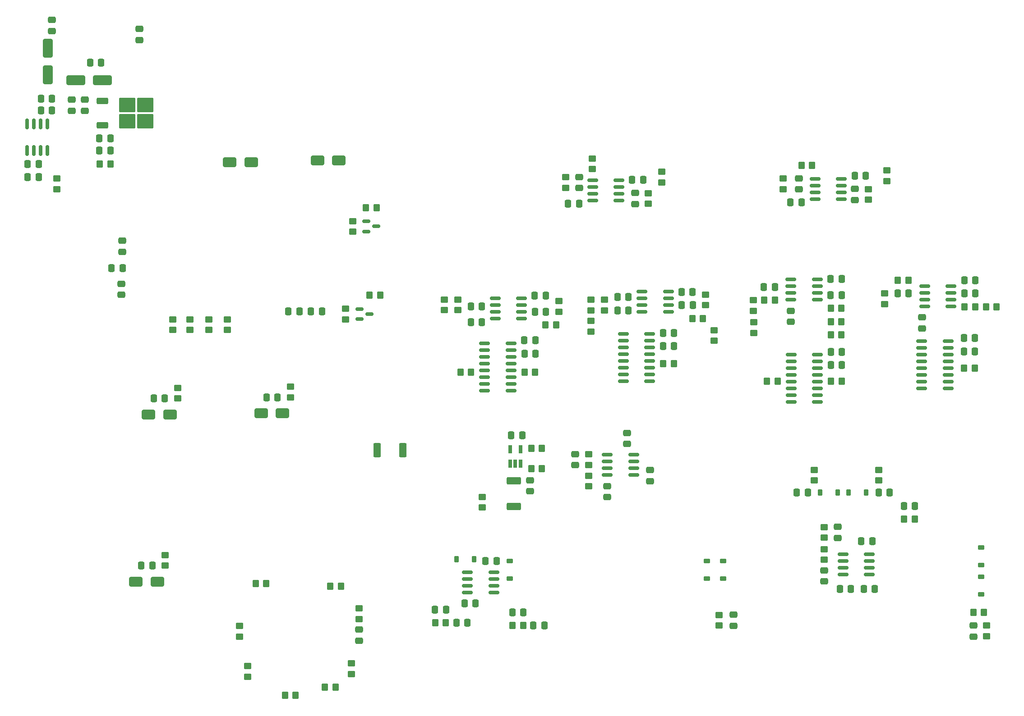
<source format=gbr>
%TF.GenerationSoftware,KiCad,Pcbnew,7.0.8*%
%TF.CreationDate,2024-03-08T11:10:07-05:00*%
%TF.ProjectId,Quad Joystick Mixer,51756164-204a-46f7-9973-7469636b204d,rev?*%
%TF.SameCoordinates,Original*%
%TF.FileFunction,Paste,Top*%
%TF.FilePolarity,Positive*%
%FSLAX46Y46*%
G04 Gerber Fmt 4.6, Leading zero omitted, Abs format (unit mm)*
G04 Created by KiCad (PCBNEW 7.0.8) date 2024-03-08 11:10:07*
%MOMM*%
%LPD*%
G01*
G04 APERTURE LIST*
G04 Aperture macros list*
%AMRoundRect*
0 Rectangle with rounded corners*
0 $1 Rounding radius*
0 $2 $3 $4 $5 $6 $7 $8 $9 X,Y pos of 4 corners*
0 Add a 4 corners polygon primitive as box body*
4,1,4,$2,$3,$4,$5,$6,$7,$8,$9,$2,$3,0*
0 Add four circle primitives for the rounded corners*
1,1,$1+$1,$2,$3*
1,1,$1+$1,$4,$5*
1,1,$1+$1,$6,$7*
1,1,$1+$1,$8,$9*
0 Add four rect primitives between the rounded corners*
20,1,$1+$1,$2,$3,$4,$5,0*
20,1,$1+$1,$4,$5,$6,$7,0*
20,1,$1+$1,$6,$7,$8,$9,0*
20,1,$1+$1,$8,$9,$2,$3,0*%
G04 Aperture macros list end*
%ADD10R,0.650000X1.560000*%
%ADD11RoundRect,0.250000X-0.337500X-0.475000X0.337500X-0.475000X0.337500X0.475000X-0.337500X0.475000X0*%
%ADD12RoundRect,0.250000X0.337500X0.475000X-0.337500X0.475000X-0.337500X-0.475000X0.337500X-0.475000X0*%
%ADD13RoundRect,0.250000X0.450000X-0.350000X0.450000X0.350000X-0.450000X0.350000X-0.450000X-0.350000X0*%
%ADD14RoundRect,0.250000X-0.475000X0.337500X-0.475000X-0.337500X0.475000X-0.337500X0.475000X0.337500X0*%
%ADD15RoundRect,0.250000X-0.350000X-0.450000X0.350000X-0.450000X0.350000X0.450000X-0.350000X0.450000X0*%
%ADD16RoundRect,0.250000X0.475000X-0.337500X0.475000X0.337500X-0.475000X0.337500X-0.475000X-0.337500X0*%
%ADD17RoundRect,0.225000X0.375000X-0.225000X0.375000X0.225000X-0.375000X0.225000X-0.375000X-0.225000X0*%
%ADD18RoundRect,0.250000X-0.450000X0.350000X-0.450000X-0.350000X0.450000X-0.350000X0.450000X0.350000X0*%
%ADD19RoundRect,0.250000X1.000000X0.650000X-1.000000X0.650000X-1.000000X-0.650000X1.000000X-0.650000X0*%
%ADD20RoundRect,0.150000X-0.825000X-0.150000X0.825000X-0.150000X0.825000X0.150000X-0.825000X0.150000X0*%
%ADD21RoundRect,0.250000X0.350000X0.450000X-0.350000X0.450000X-0.350000X-0.450000X0.350000X-0.450000X0*%
%ADD22RoundRect,0.250000X-0.850000X-0.350000X0.850000X-0.350000X0.850000X0.350000X-0.850000X0.350000X0*%
%ADD23RoundRect,0.250000X-1.275000X-1.125000X1.275000X-1.125000X1.275000X1.125000X-1.275000X1.125000X0*%
%ADD24RoundRect,0.250000X-0.650000X1.500000X-0.650000X-1.500000X0.650000X-1.500000X0.650000X1.500000X0*%
%ADD25RoundRect,0.150000X0.150000X-0.825000X0.150000X0.825000X-0.150000X0.825000X-0.150000X-0.825000X0*%
%ADD26RoundRect,0.225000X-0.225000X-0.375000X0.225000X-0.375000X0.225000X0.375000X-0.225000X0.375000X0*%
%ADD27RoundRect,0.225000X0.225000X0.375000X-0.225000X0.375000X-0.225000X-0.375000X0.225000X-0.375000X0*%
%ADD28RoundRect,0.250000X1.500000X0.650000X-1.500000X0.650000X-1.500000X-0.650000X1.500000X-0.650000X0*%
%ADD29RoundRect,0.150000X-0.587500X-0.150000X0.587500X-0.150000X0.587500X0.150000X-0.587500X0.150000X0*%
%ADD30RoundRect,0.249999X-0.450001X-1.075001X0.450001X-1.075001X0.450001X1.075001X-0.450001X1.075001X0*%
%ADD31RoundRect,0.249999X-1.075001X0.450001X-1.075001X-0.450001X1.075001X-0.450001X1.075001X0.450001X0*%
%ADD32RoundRect,0.225000X-0.375000X0.225000X-0.375000X-0.225000X0.375000X-0.225000X0.375000X0.225000X0*%
G04 APERTURE END LIST*
D10*
%TO.C,U5*%
X151568750Y-114839850D03*
X152518750Y-114839850D03*
X153468750Y-114839850D03*
X153468750Y-112139850D03*
X151568750Y-112139850D03*
%TD*%
D11*
%TO.C,C72*%
X142976250Y-141126250D03*
X145051250Y-141126250D03*
%TD*%
D12*
%TO.C,C73*%
X157988750Y-145261250D03*
X155913750Y-145261250D03*
%TD*%
D13*
%TO.C,R81*%
X120651250Y-87711250D03*
X120651250Y-85711250D03*
%TD*%
D14*
%TO.C,C69*%
X228851250Y-87338750D03*
X228851250Y-89413750D03*
%TD*%
D12*
%TO.C,C71*%
X149013750Y-133126250D03*
X146938750Y-133126250D03*
%TD*%
D15*
%TO.C,R77*%
X117767750Y-137851650D03*
X119767750Y-137851650D03*
%TD*%
D16*
%TO.C,C52*%
X205738750Y-63298750D03*
X205738750Y-61223750D03*
%TD*%
%TO.C,C3*%
X82000000Y-35250000D03*
X82000000Y-33175000D03*
%TD*%
D17*
%TO.C,D12*%
X191488750Y-136411250D03*
X191488750Y-133111250D03*
%TD*%
D14*
%TO.C,C25*%
X213023750Y-126723750D03*
X213023750Y-128798750D03*
%TD*%
D18*
%TO.C,R30*%
X141701250Y-84000000D03*
X141701250Y-86000000D03*
%TD*%
D12*
%TO.C,C54*%
X206238750Y-65761250D03*
X204163750Y-65761250D03*
%TD*%
D15*
%TO.C,R21*%
X155518750Y-115739850D03*
X157518750Y-115739850D03*
%TD*%
D12*
%TO.C,C29*%
X220001250Y-138396250D03*
X217926250Y-138396250D03*
%TD*%
D19*
%TO.C,D22*%
X108840000Y-105395000D03*
X104840000Y-105395000D03*
%TD*%
D20*
%TO.C,U19*%
X143538750Y-135221250D03*
X143538750Y-136491250D03*
X143538750Y-137761250D03*
X143538750Y-139031250D03*
X148488750Y-139031250D03*
X148488750Y-137761250D03*
X148488750Y-136491250D03*
X148488750Y-135221250D03*
%TD*%
D18*
%TO.C,R15*%
X210463750Y-130896250D03*
X210463750Y-132896250D03*
%TD*%
%TO.C,R48*%
X220723750Y-116011250D03*
X220723750Y-118011250D03*
%TD*%
D11*
%TO.C,C39*%
X154226250Y-94146250D03*
X156301250Y-94146250D03*
%TD*%
D15*
%TO.C,R63*%
X116767750Y-156851650D03*
X118767750Y-156851650D03*
%TD*%
D14*
%TO.C,C80*%
X78710057Y-72946730D03*
X78710057Y-75021730D03*
%TD*%
D21*
%TO.C,R22*%
X157518750Y-111989850D03*
X155518750Y-111989850D03*
%TD*%
D18*
%TO.C,R19*%
X240988750Y-145261250D03*
X240988750Y-147261250D03*
%TD*%
D21*
%TO.C,R53*%
X238851250Y-85376250D03*
X236851250Y-85376250D03*
%TD*%
D11*
%TO.C,C46*%
X183738750Y-85051250D03*
X185813750Y-85051250D03*
%TD*%
D22*
%TO.C,U1*%
X75050000Y-46720000D03*
D23*
X79675000Y-47475000D03*
X79675000Y-50525000D03*
X83025000Y-47475000D03*
X83025000Y-50525000D03*
D22*
X75050000Y-51280000D03*
%TD*%
D15*
%TO.C,R51*%
X236763750Y-96876250D03*
X238763750Y-96876250D03*
%TD*%
D18*
%TO.C,R23*%
X166268750Y-117089850D03*
X166268750Y-119089850D03*
%TD*%
D24*
%TO.C,D5*%
X64750000Y-36750000D03*
X64750000Y-41750000D03*
%TD*%
D17*
%TO.C,D19*%
X151488750Y-136411250D03*
X151488750Y-133111250D03*
%TD*%
D14*
%TO.C,C81*%
X123158750Y-146025150D03*
X123158750Y-148100150D03*
%TD*%
D11*
%TO.C,C8*%
X183701250Y-82551250D03*
X185776250Y-82551250D03*
%TD*%
D13*
%TO.C,R84*%
X86810000Y-134005000D03*
X86810000Y-132005000D03*
%TD*%
D15*
%TO.C,R59*%
X211763750Y-99336250D03*
X213763750Y-99336250D03*
%TD*%
D13*
%TO.C,R66*%
X98460057Y-89734230D03*
X98460057Y-87734230D03*
%TD*%
D25*
%TO.C,U2*%
X60845000Y-55975000D03*
X62115000Y-55975000D03*
X63385000Y-55975000D03*
X64655000Y-55975000D03*
X64655000Y-51025000D03*
X63385000Y-51025000D03*
X62115000Y-51025000D03*
X60845000Y-51025000D03*
%TD*%
D11*
%TO.C,C11*%
X60962500Y-58500000D03*
X63037500Y-58500000D03*
%TD*%
D12*
%TO.C,C9*%
X173776250Y-86051250D03*
X171701250Y-86051250D03*
%TD*%
D15*
%TO.C,R50*%
X224313750Y-80376250D03*
X226313750Y-80376250D03*
%TD*%
D11*
%TO.C,C62*%
X211726250Y-96336250D03*
X213801250Y-96336250D03*
%TD*%
D15*
%TO.C,R17*%
X225488750Y-125261250D03*
X227488750Y-125261250D03*
%TD*%
D11*
%TO.C,C41*%
X156163750Y-83281250D03*
X158238750Y-83281250D03*
%TD*%
%TO.C,C4*%
X72712500Y-39500000D03*
X74787500Y-39500000D03*
%TD*%
D15*
%TO.C,R73*%
X109267750Y-158351650D03*
X111267750Y-158351650D03*
%TD*%
D20*
%TO.C,U16*%
X204238750Y-80241250D03*
X204238750Y-81511250D03*
X204238750Y-82781250D03*
X204238750Y-84051250D03*
X209188750Y-84051250D03*
X209188750Y-82781250D03*
X209188750Y-81511250D03*
X209188750Y-80241250D03*
%TD*%
D21*
%TO.C,R64*%
X139488750Y-144761250D03*
X137488750Y-144761250D03*
%TD*%
D15*
%TO.C,R9*%
X74500000Y-58500000D03*
X76500000Y-58500000D03*
%TD*%
D14*
%TO.C,C33*%
X155268750Y-117952350D03*
X155268750Y-120027350D03*
%TD*%
D11*
%TO.C,C66*%
X211676250Y-83146250D03*
X213751250Y-83146250D03*
%TD*%
%TO.C,C10*%
X60962500Y-61000000D03*
X63037500Y-61000000D03*
%TD*%
D18*
%TO.C,R37*%
X202738750Y-61261250D03*
X202738750Y-63261250D03*
%TD*%
D11*
%TO.C,C67*%
X236813750Y-80376250D03*
X238888750Y-80376250D03*
%TD*%
D12*
%TO.C,C42*%
X146238750Y-88281250D03*
X144163750Y-88281250D03*
%TD*%
D11*
%TO.C,C78*%
X109922557Y-86234230D03*
X111997557Y-86234230D03*
%TD*%
D26*
%TO.C,D16*%
X209723750Y-120261250D03*
X213023750Y-120261250D03*
%TD*%
D27*
%TO.C,D17*%
X218373750Y-120261250D03*
X215073750Y-120261250D03*
%TD*%
D20*
%TO.C,U9*%
X146751250Y-92201250D03*
X146751250Y-93471250D03*
X146751250Y-94741250D03*
X146751250Y-96011250D03*
X146751250Y-97281250D03*
X146751250Y-98551250D03*
X146751250Y-99821250D03*
X146751250Y-101091250D03*
X151701250Y-101091250D03*
X151701250Y-99821250D03*
X151701250Y-98551250D03*
X151701250Y-97281250D03*
X151701250Y-96011250D03*
X151701250Y-94741250D03*
X151701250Y-93471250D03*
X151701250Y-92201250D03*
%TD*%
D26*
%TO.C,D18*%
X141488750Y-132761250D03*
X144788750Y-132761250D03*
%TD*%
D19*
%TO.C,D26*%
X102920000Y-58210000D03*
X98920000Y-58210000D03*
%TD*%
D20*
%TO.C,U6*%
X176288750Y-82511250D03*
X176288750Y-83781250D03*
X176288750Y-85051250D03*
X176288750Y-86321250D03*
X181238750Y-86321250D03*
X181238750Y-85051250D03*
X181238750Y-83781250D03*
X181238750Y-82511250D03*
%TD*%
D11*
%TO.C,C48*%
X156201250Y-86281250D03*
X158276250Y-86281250D03*
%TD*%
D20*
%TO.C,U17*%
X204288750Y-94391250D03*
X204288750Y-95661250D03*
X204288750Y-96931250D03*
X204288750Y-98201250D03*
X204288750Y-99471250D03*
X204288750Y-100741250D03*
X204288750Y-102011250D03*
X204288750Y-103281250D03*
X209238750Y-103281250D03*
X209238750Y-102011250D03*
X209238750Y-100741250D03*
X209238750Y-99471250D03*
X209238750Y-98201250D03*
X209238750Y-96931250D03*
X209238750Y-95661250D03*
X209238750Y-94391250D03*
%TD*%
D16*
%TO.C,C16*%
X173488750Y-111127350D03*
X173488750Y-109052350D03*
%TD*%
D11*
%TO.C,C15*%
X63500000Y-46250000D03*
X65575000Y-46250000D03*
%TD*%
D18*
%TO.C,R28*%
X169238750Y-84051250D03*
X169238750Y-86051250D03*
%TD*%
D13*
%TO.C,R87*%
X197238750Y-90261250D03*
X197238750Y-88261250D03*
%TD*%
D12*
%TO.C,C82*%
X107877500Y-102395000D03*
X105802500Y-102395000D03*
%TD*%
D21*
%TO.C,R76*%
X105767750Y-137351650D03*
X103767750Y-137351650D03*
%TD*%
D11*
%TO.C,C37*%
X205336250Y-120261250D03*
X207411250Y-120261250D03*
%TD*%
D13*
%TO.C,R68*%
X91460057Y-89734230D03*
X91460057Y-87734230D03*
%TD*%
D19*
%TO.C,D24*%
X85310000Y-137005000D03*
X81310000Y-137005000D03*
%TD*%
D18*
%TO.C,R62*%
X121767750Y-152351650D03*
X121767750Y-154351650D03*
%TD*%
D13*
%TO.C,R82*%
X110340000Y-102395000D03*
X110340000Y-100395000D03*
%TD*%
D16*
%TO.C,C51*%
X216238750Y-65298750D03*
X216238750Y-63223750D03*
%TD*%
D14*
%TO.C,C26*%
X210463750Y-134896250D03*
X210463750Y-136971250D03*
%TD*%
D19*
%TO.C,D25*%
X119420000Y-57880000D03*
X115420000Y-57880000D03*
%TD*%
D13*
%TO.C,R88*%
X189788750Y-91741250D03*
X189788750Y-89741250D03*
%TD*%
D14*
%TO.C,C36*%
X169768750Y-119052350D03*
X169768750Y-121127350D03*
%TD*%
D12*
%TO.C,C58*%
X226351250Y-82876250D03*
X224276250Y-82876250D03*
%TD*%
%TO.C,C45*%
X173776250Y-83551250D03*
X171701250Y-83551250D03*
%TD*%
D15*
%TO.C,R39*%
X206238750Y-58761250D03*
X208238750Y-58761250D03*
%TD*%
D20*
%TO.C,U12*%
X208763750Y-61356250D03*
X208763750Y-62626250D03*
X208763750Y-63896250D03*
X208763750Y-65166250D03*
X213713750Y-65166250D03*
X213713750Y-63896250D03*
X213713750Y-62626250D03*
X213713750Y-61356250D03*
%TD*%
D11*
%TO.C,C27*%
X225451250Y-122761250D03*
X227526250Y-122761250D03*
%TD*%
D18*
%TO.C,R8*%
X166268750Y-113089850D03*
X166268750Y-115089850D03*
%TD*%
%TO.C,R35*%
X179988750Y-60011250D03*
X179988750Y-62011250D03*
%TD*%
%TO.C,R72*%
X123158750Y-142062650D03*
X123158750Y-144062650D03*
%TD*%
D11*
%TO.C,C40*%
X154188750Y-91646250D03*
X156263750Y-91646250D03*
%TD*%
D13*
%TO.C,R85*%
X166738750Y-90011250D03*
X166738750Y-88011250D03*
%TD*%
D20*
%TO.C,U8*%
X172788750Y-90471250D03*
X172788750Y-91741250D03*
X172788750Y-93011250D03*
X172788750Y-94281250D03*
X172788750Y-95551250D03*
X172788750Y-96821250D03*
X172788750Y-98091250D03*
X172788750Y-99361250D03*
X177738750Y-99361250D03*
X177738750Y-98091250D03*
X177738750Y-96821250D03*
X177738750Y-95551250D03*
X177738750Y-94281250D03*
X177738750Y-93011250D03*
X177738750Y-91741250D03*
X177738750Y-90471250D03*
%TD*%
D21*
%TO.C,R61*%
X213713750Y-85646250D03*
X211713750Y-85646250D03*
%TD*%
D11*
%TO.C,C53*%
X216201250Y-60761250D03*
X218276250Y-60761250D03*
%TD*%
D20*
%TO.C,U7*%
X169793750Y-113184850D03*
X169793750Y-114454850D03*
X169793750Y-115724850D03*
X169793750Y-116994850D03*
X174743750Y-116994850D03*
X174743750Y-115724850D03*
X174743750Y-114454850D03*
X174743750Y-113184850D03*
%TD*%
D15*
%TO.C,R26*%
X154226250Y-97646250D03*
X156226250Y-97646250D03*
%TD*%
D16*
%TO.C,C49*%
X164488750Y-63048750D03*
X164488750Y-60973750D03*
%TD*%
D18*
%TO.C,R34*%
X166988750Y-57511250D03*
X166988750Y-59511250D03*
%TD*%
D15*
%TO.C,R60*%
X211713750Y-88146250D03*
X213713750Y-88146250D03*
%TD*%
D11*
%TO.C,C2*%
X74462500Y-53750000D03*
X76537500Y-53750000D03*
%TD*%
D13*
%TO.C,R44*%
X166738750Y-86051250D03*
X166738750Y-84051250D03*
%TD*%
D28*
%TO.C,D1*%
X75000000Y-42750000D03*
X70000000Y-42750000D03*
%TD*%
D29*
%TO.C,Q1*%
X124551250Y-69311250D03*
X124551250Y-71211250D03*
X126426250Y-70261250D03*
%TD*%
D18*
%TO.C,R36*%
X218738750Y-63261250D03*
X218738750Y-65261250D03*
%TD*%
%TO.C,R74*%
X102267750Y-152851650D03*
X102267750Y-154851650D03*
%TD*%
D16*
%TO.C,C24*%
X193488750Y-145298750D03*
X193488750Y-143223750D03*
%TD*%
D18*
%TO.C,R3*%
X146268750Y-121089850D03*
X146268750Y-123089850D03*
%TD*%
%TO.C,R24*%
X208623750Y-116011250D03*
X208623750Y-118011250D03*
%TD*%
D20*
%TO.C,U13*%
X228813750Y-91796250D03*
X228813750Y-93066250D03*
X228813750Y-94336250D03*
X228813750Y-95606250D03*
X228813750Y-96876250D03*
X228813750Y-98146250D03*
X228813750Y-99416250D03*
X228813750Y-100686250D03*
X233763750Y-100686250D03*
X233763750Y-99416250D03*
X233763750Y-98146250D03*
X233763750Y-96876250D03*
X233763750Y-95606250D03*
X233763750Y-94336250D03*
X233763750Y-93066250D03*
X233763750Y-91796250D03*
%TD*%
D13*
%TO.C,R83*%
X89175000Y-102590000D03*
X89175000Y-100590000D03*
%TD*%
D21*
%TO.C,R65*%
X153988750Y-145261250D03*
X151988750Y-145261250D03*
%TD*%
D30*
%TO.C,R40*%
X126600000Y-112314850D03*
X131400000Y-112314850D03*
%TD*%
D15*
%TO.C,R56*%
X199763750Y-99336250D03*
X201763750Y-99336250D03*
%TD*%
D16*
%TO.C,C28*%
X238488750Y-147336250D03*
X238488750Y-145261250D03*
%TD*%
D13*
%TO.C,R11*%
X66500000Y-63250000D03*
X66500000Y-61250000D03*
%TD*%
D12*
%TO.C,C83*%
X86712500Y-102590000D03*
X84637500Y-102590000D03*
%TD*%
D15*
%TO.C,R58*%
X199213750Y-84146250D03*
X201213750Y-84146250D03*
%TD*%
D11*
%TO.C,C75*%
X137451250Y-142261250D03*
X139526250Y-142261250D03*
%TD*%
D17*
%TO.C,D13*%
X188488750Y-136411250D03*
X188488750Y-133111250D03*
%TD*%
D16*
%TO.C,C12*%
X65500000Y-33537500D03*
X65500000Y-31462500D03*
%TD*%
D12*
%TO.C,C55*%
X222761250Y-120261250D03*
X220686250Y-120261250D03*
%TD*%
D14*
%TO.C,C6*%
X69250000Y-46462500D03*
X69250000Y-48537500D03*
%TD*%
D13*
%TO.C,R79*%
X121988750Y-71261250D03*
X121988750Y-69261250D03*
%TD*%
D12*
%TO.C,C74*%
X143526250Y-144761250D03*
X141451250Y-144761250D03*
%TD*%
D11*
%TO.C,C1*%
X74462500Y-56000000D03*
X76537500Y-56000000D03*
%TD*%
D15*
%TO.C,R27*%
X142226250Y-97646250D03*
X144226250Y-97646250D03*
%TD*%
D18*
%TO.C,R32*%
X177488750Y-64011250D03*
X177488750Y-66011250D03*
%TD*%
D13*
%TO.C,R57*%
X197213750Y-86146250D03*
X197213750Y-84146250D03*
%TD*%
D12*
%TO.C,C44*%
X164488750Y-66011250D03*
X162413750Y-66011250D03*
%TD*%
D11*
%TO.C,C57*%
X236726250Y-91241250D03*
X238801250Y-91241250D03*
%TD*%
D21*
%TO.C,R18*%
X240488750Y-142761250D03*
X238488750Y-142761250D03*
%TD*%
D20*
%TO.C,U10*%
X148751250Y-83741250D03*
X148751250Y-85011250D03*
X148751250Y-86281250D03*
X148751250Y-87551250D03*
X153701250Y-87551250D03*
X153701250Y-86281250D03*
X153701250Y-85011250D03*
X153701250Y-83741250D03*
%TD*%
D13*
%TO.C,R49*%
X221851250Y-84876250D03*
X221851250Y-82876250D03*
%TD*%
%TO.C,R29*%
X188238750Y-85051250D03*
X188238750Y-83051250D03*
%TD*%
D14*
%TO.C,C34*%
X163768750Y-113052350D03*
X163768750Y-115127350D03*
%TD*%
D11*
%TO.C,C56*%
X236726250Y-93741250D03*
X238801250Y-93741250D03*
%TD*%
%TO.C,C38*%
X180251250Y-90281250D03*
X182326250Y-90281250D03*
%TD*%
%TO.C,C32*%
X151731250Y-109489850D03*
X153806250Y-109489850D03*
%TD*%
D16*
%TO.C,C50*%
X174988750Y-66048750D03*
X174988750Y-63973750D03*
%TD*%
D12*
%TO.C,C77*%
X116247557Y-86234230D03*
X114172557Y-86234230D03*
%TD*%
D11*
%TO.C,C68*%
X211676250Y-80146250D03*
X213751250Y-80146250D03*
%TD*%
D14*
%TO.C,C70*%
X204213750Y-86108750D03*
X204213750Y-88183750D03*
%TD*%
D18*
%TO.C,R38*%
X222238750Y-59761250D03*
X222238750Y-61761250D03*
%TD*%
D12*
%TO.C,C86*%
X78803750Y-78062650D03*
X76728750Y-78062650D03*
%TD*%
%TO.C,C65*%
X201251250Y-81646250D03*
X199176250Y-81646250D03*
%TD*%
D11*
%TO.C,C13*%
X63462500Y-48500000D03*
X65537500Y-48500000D03*
%TD*%
D31*
%TO.C,R20*%
X152268750Y-118089850D03*
X152268750Y-122889850D03*
%TD*%
D21*
%TO.C,R52*%
X242851250Y-85376250D03*
X240851250Y-85376250D03*
%TD*%
D11*
%TO.C,C30*%
X213426250Y-138396250D03*
X215501250Y-138396250D03*
%TD*%
D21*
%TO.C,R80*%
X127151250Y-83211250D03*
X125151250Y-83211250D03*
%TD*%
D12*
%TO.C,C84*%
X84385000Y-134005000D03*
X82310000Y-134005000D03*
%TD*%
D21*
%TO.C,R45*%
X187738750Y-87551250D03*
X185738750Y-87551250D03*
%TD*%
D20*
%TO.C,U4*%
X214013750Y-131856250D03*
X214013750Y-133126250D03*
X214013750Y-134396250D03*
X214013750Y-135666250D03*
X218963750Y-135666250D03*
X218963750Y-134396250D03*
X218963750Y-133126250D03*
X218963750Y-131856250D03*
%TD*%
D18*
%TO.C,R33*%
X161988750Y-61011250D03*
X161988750Y-63011250D03*
%TD*%
%TO.C,R75*%
X100767750Y-145351650D03*
X100767750Y-147351650D03*
%TD*%
D21*
%TO.C,R78*%
X126488750Y-66761250D03*
X124488750Y-66761250D03*
%TD*%
D13*
%TO.C,R69*%
X88210057Y-89734230D03*
X88210057Y-87734230D03*
%TD*%
D12*
%TO.C,C47*%
X146238750Y-85281250D03*
X144163750Y-85281250D03*
%TD*%
D13*
%TO.C,R31*%
X160701250Y-86281250D03*
X160701250Y-84281250D03*
%TD*%
D15*
%TO.C,R25*%
X180288750Y-96011250D03*
X182288750Y-96011250D03*
%TD*%
D19*
%TO.C,D23*%
X87675000Y-105590000D03*
X83675000Y-105590000D03*
%TD*%
D20*
%TO.C,U14*%
X229338750Y-81471250D03*
X229338750Y-82741250D03*
X229338750Y-84011250D03*
X229338750Y-85281250D03*
X234288750Y-85281250D03*
X234288750Y-84011250D03*
X234288750Y-82741250D03*
X234288750Y-81471250D03*
%TD*%
D32*
%TO.C,D15*%
X239988750Y-136111250D03*
X239988750Y-139411250D03*
%TD*%
D18*
%TO.C,R14*%
X190738750Y-143261250D03*
X190738750Y-145261250D03*
%TD*%
D17*
%TO.C,D14*%
X239988750Y-133911250D03*
X239988750Y-130611250D03*
%TD*%
D29*
%TO.C,Q2*%
X123276250Y-85761250D03*
X123276250Y-87661250D03*
X125151250Y-86711250D03*
%TD*%
D21*
%TO.C,R47*%
X160201250Y-88781250D03*
X158201250Y-88781250D03*
%TD*%
D13*
%TO.C,R46*%
X139201250Y-86000000D03*
X139201250Y-84000000D03*
%TD*%
D14*
%TO.C,C60*%
X177768750Y-116052350D03*
X177768750Y-118127350D03*
%TD*%
D13*
%TO.C,R67*%
X94960057Y-89734230D03*
X94960057Y-87734230D03*
%TD*%
D21*
%TO.C,R86*%
X213713750Y-90646250D03*
X211713750Y-90646250D03*
%TD*%
D11*
%TO.C,C43*%
X174451250Y-61511250D03*
X176526250Y-61511250D03*
%TD*%
D14*
%TO.C,C85*%
X78553750Y-81025150D03*
X78553750Y-83100150D03*
%TD*%
D13*
%TO.C,R16*%
X210523750Y-128761250D03*
X210523750Y-126761250D03*
%TD*%
D14*
%TO.C,C5*%
X71750000Y-46462500D03*
X71750000Y-48537500D03*
%TD*%
D12*
%TO.C,C31*%
X219501250Y-129396250D03*
X217426250Y-129396250D03*
%TD*%
D11*
%TO.C,C63*%
X211726250Y-93836250D03*
X213801250Y-93836250D03*
%TD*%
%TO.C,C76*%
X151951250Y-142761250D03*
X154026250Y-142761250D03*
%TD*%
%TO.C,C35*%
X180251250Y-92781250D03*
X182326250Y-92781250D03*
%TD*%
%TO.C,C59*%
X236776250Y-82876250D03*
X238851250Y-82876250D03*
%TD*%
D20*
%TO.C,U11*%
X167013750Y-61606250D03*
X167013750Y-62876250D03*
X167013750Y-64146250D03*
X167013750Y-65416250D03*
X171963750Y-65416250D03*
X171963750Y-64146250D03*
X171963750Y-62876250D03*
X171963750Y-61606250D03*
%TD*%
M02*

</source>
